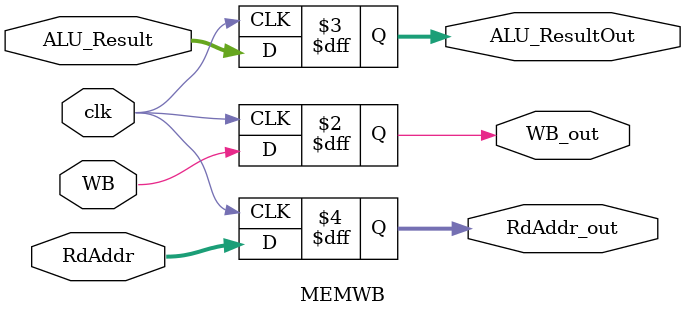
<source format=v>
module MEMWB(clk, WB, ALU_Result, RdAddr, WB_out, ALU_ResultOut, RdAddr_out);
	input clk;
	input WB;
	input[31:0] ALU_Result;
	input[4:0] RdAddr;
	output reg WB_out;
	output reg[31:0] ALU_ResultOut;
	output reg[4:0] RdAddr_out;
	always@(posedge clk)begin
		WB_out = WB;
		ALU_ResultOut = ALU_Result;
		RdAddr_out = RdAddr;
	end
endmodule

</source>
